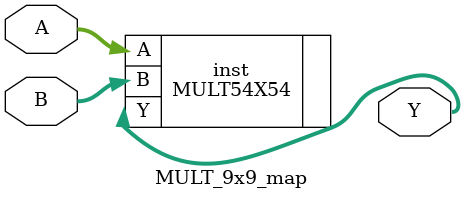
<source format=v>
(* techmap_celltype = "MULT_9x9" *)
module MULT_9x9_map(
        input [17:0] A,
        input [17:0] B,
        output [35:0] Y
 );
parameter A_w = 0;
parameter B_w = 0;
parameter A_SIGNED = 0;
parameter B_SIGNED = 0;
parameter A_WIDTH = 1;
parameter B_WIDTH = 1;
parameter Y_WIDTH = 1;
MULT54X54 #(.A_w(18),.B_w(18))inst(
    .A(A),
    .B(B),
    .Y(Y)
);

endmodule


</source>
